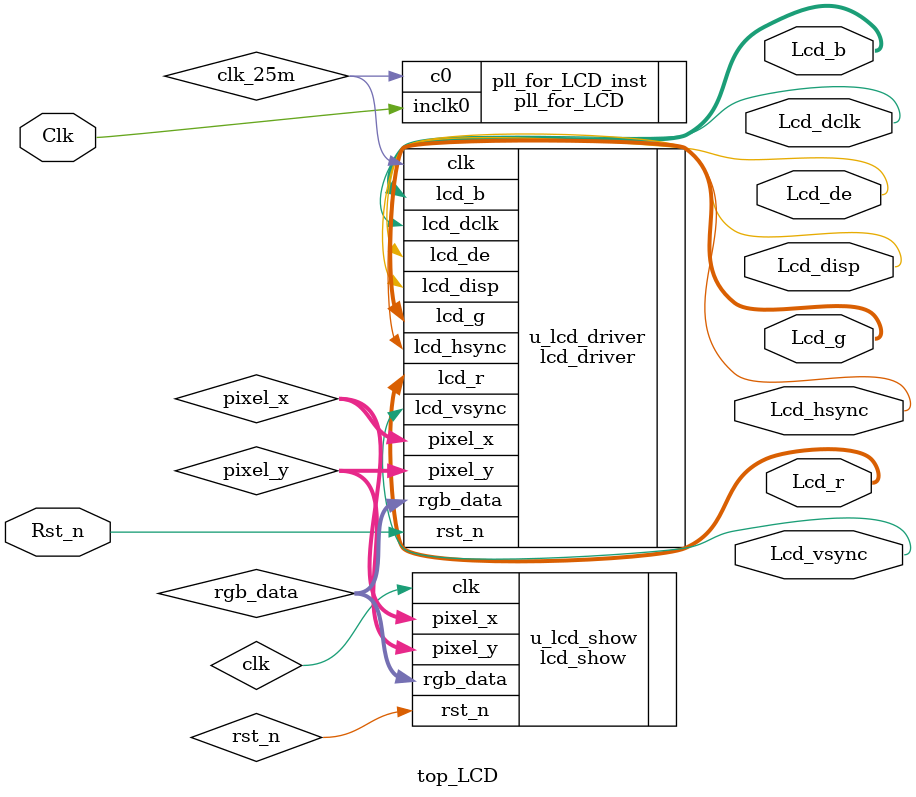
<source format=v>
module top_LCD(
    input				Clk		,
    input				Rst_n	,
    output  [7:0]       Lcd_r   ,
    output  [7:0]       Lcd_g   ,
    output  [7:0]       Lcd_b   ,
    output              Lcd_vsync,
    output              Lcd_hsync,
    output              Lcd_dclk,
    output              Lcd_disp,
    output              Lcd_de      
);

wire                clk_25m;
wire    [10:0]      pixel_x;
wire    [9:0]       pixel_y;
wire    [23:0]      rgb_data;            


/*pll	pll_inst (
	.areset ( ~rst_n ),
	.inclk0 ( clk ),
	.c0     ( clk_25m ),
	.locked ( locked_sig )
	);
*/
	
pll_for_LCD	pll_for_LCD_inst (
	.inclk0 ( Clk ),
	.c0 ( clk_25m  )
);

lcd_driver u_lcd_driver( 
    /* input				*/.clk		(clk_25m ),
    /* input				*/.rst_n    (Rst_n   ),
    /* input   [23:0]       */.rgb_data (rgb_data),
    /* output  [7:0]        */.lcd_r    (Lcd_r   ),
    /* output  [7:0]        */.lcd_g    (Lcd_g   ),
    /* output  [7:0]        */.lcd_b    (Lcd_b   ),
    /* output               */.lcd_vsync(Lcd_vsync),
    /* output               */.lcd_hsync(Lcd_hsync),
    /* output               */.lcd_dclk (Lcd_dclk),
    /* output               */.lcd_disp (Lcd_disp),
    /* output               */.lcd_de   (Lcd_de  ),
    /* output  [10:0]       */.pixel_x  (pixel_x ),
    /* output  [9:0]        */.pixel_y  (pixel_y )

);


lcd_show u_lcd_show(
    /* input                */.clk       (clk     ),
    /* input                */.rst_n     (rst_n   ),
    /* input   [10:0]       */.pixel_x   (pixel_x ),
    /* input   [9:0]        */.pixel_y   (pixel_y ), 
    /* output  [23:0]       */.rgb_data  (rgb_data)    
);
endmodule
</source>
